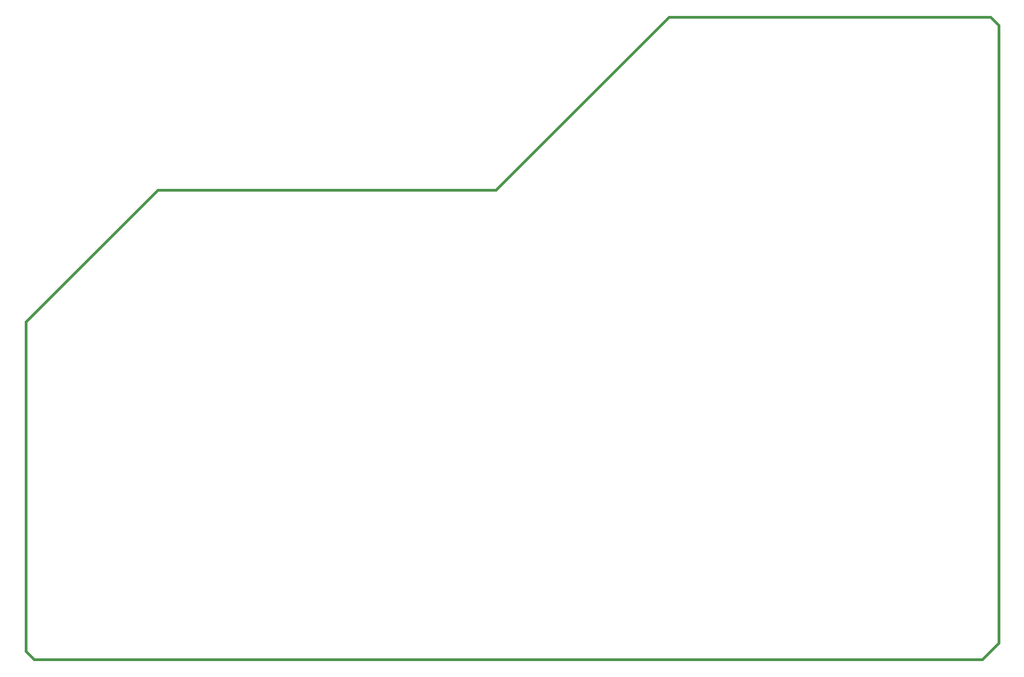
<source format=gko>
%FSLAX33Y33*%
%MOMM*%
%ADD10C,0.381*%
D10*
%LNpath-0*%
G01*
X0Y1270D02*
X0Y52070D01*
X20320Y72390*
X72390Y72390*
X99060Y99060*
X148590Y99060*
X149860Y97790*
X149860Y2540*
X147320Y0*
X1270Y0*
X0Y1270*
X0Y1270*
%LNmechanical details_traces*%
M02*
</source>
